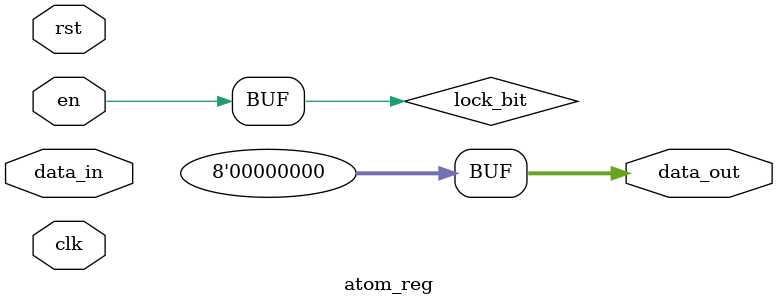
<source format=v>
module atom_reg(en,rst,clk,data_in,data_out);
    input en, rst, clk;
    reg lock_bit;
    input [7:0] data_in;
    output [7:0] data_out;
    reg [7:0] data_out;
    initial begin
        lock_bit = 0;
    end
    always @(en) begin
        lock_bit = en;
    end
    always @(!rst) begin
        data_out <= 8'b0;
    end
    always @(posedge clk) begin
        if(!lock_bit) begin
            data_out <= data_in;
        end
    end
endmodule
</source>
